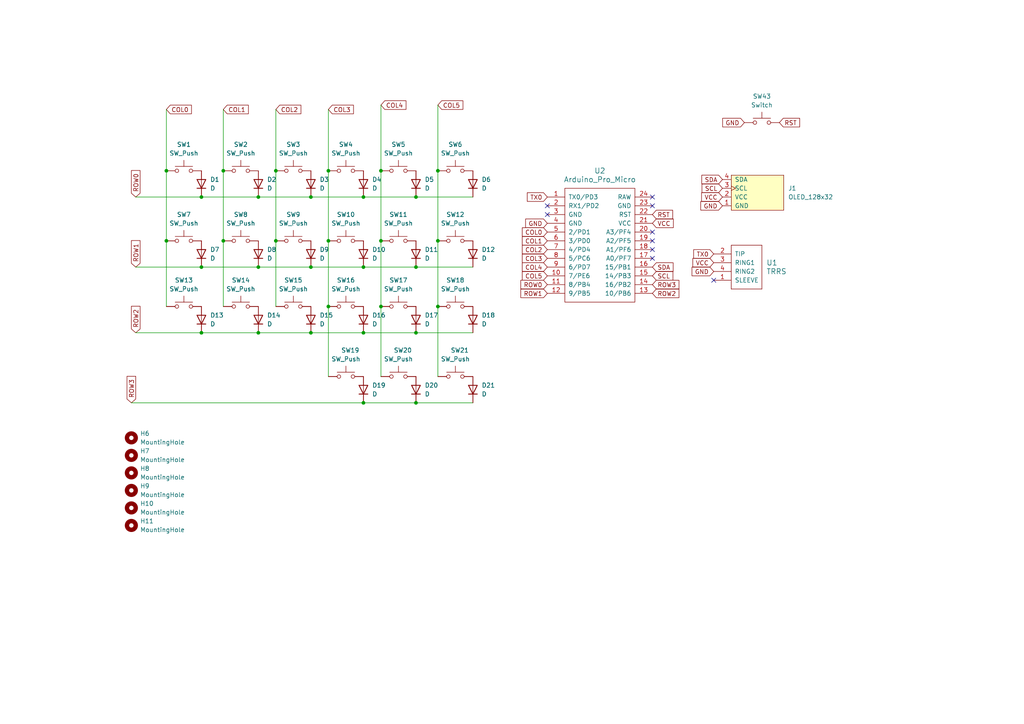
<source format=kicad_sch>
(kicad_sch (version 20250114) (generator "eeschema") (generator_version "9.0")
  (paper "A4")
  (lib_symbols
    (symbol "Device:D" (pin_numbers (hide yes)) (pin_names (offset 1.016) (hide yes))
      (property "Reference" "D" (at 0 2.54 0))
      (property "Value" "D" (at 0 -2.54 0))
      (symbol "D_0_1"
        (polyline (pts (xy -1.27 1.27) (xy -1.27 -1.27)) (stroke (width 0.254)))
        (polyline (pts (xy 1.27 1.27) (xy 1.27 -1.27) (xy -1.27 0) (xy 1.27 1.27)) (stroke (width 0.254)))
        (polyline (pts (xy 1.27 0) (xy -1.27 0)))
      )
      (symbol "D_1_1"
        (pin passive line (at -3.81 0 0) (length 2.54) (name "K") (number "1"))
        (pin passive line (at 3.81 0 180) (length 2.54) (name "A") (number "2"))
      )
    )
    (symbol "Mechanical:MountingHole" (pin_names (offset 1.016)) (in_bom no)
      (property "Reference" "H" (at 0 5.08 0))
      (property "Value" "MountingHole" (at 0 3.175 0))
      (symbol "MountingHole_0_1"
        (circle (center 0 0) (radius 1.27) (stroke (width 1.27)))
      )
    )
    (symbol "ScottoKeebs:MCU_Arduino_Pro_Micro" (pin_names (offset 1.016))
      (property "Reference" "U" (at 0 0 0))
      (property "Value" "Arduino_Pro_Micro" (at 0 -19.05 0))
      (symbol "MCU_Arduino_Pro_Micro_0_1"
        (rectangle (start -10.16 16.51) (end 10.16 -16.51))
      )
      (symbol "MCU_Arduino_Pro_Micro_1_1"
        (pin input line (at -15.24 13.97 0) (length 5.08) (name "TX0/PD3") (number "1"))
        (pin input line (at -15.24 11.43 0) (length 5.08) (name "RX1/PD2") (number "2"))
        (pin input line (at -15.24 8.89 0) (length 5.08) (name "GND") (number "3"))
        (pin input line (at -15.24 6.35 0) (length 5.08) (name "GND") (number "4"))
        (pin input line (at -15.24 3.81 0) (length 5.08) (name "2/PD1") (number "5"))
        (pin input line (at -15.24 1.27 0) (length 5.08) (name "3/PD0") (number "6"))
        (pin input line (at -15.24 -1.27 0) (length 5.08) (name "4/PD4") (number "7"))
        (pin input line (at -15.24 -3.81 0) (length 5.08) (name "5/PC6") (number "8"))
        (pin input line (at -15.24 -6.35 0) (length 5.08) (name "6/PD7") (number "9"))
        (pin input line (at -15.24 -8.89 0) (length 5.08) (name "7/PE6") (number "10"))
        (pin input line (at -15.24 -11.43 0) (length 5.08) (name "8/PB4") (number "11"))
        (pin input line (at -15.24 -13.97 0) (length 5.08) (name "9/PB5") (number "12"))
        (pin input line (at 15.24 13.97 180) (length 5.08) (name "RAW") (number "24"))
        (pin input line (at 15.24 11.43 180) (length 5.08) (name "GND") (number "23"))
        (pin input line (at 15.24 8.89 180) (length 5.08) (name "RST") (number "22"))
        (pin input line (at 15.24 6.35 180) (length 5.08) (name "VCC") (number "21"))
        (pin input line (at 15.24 3.81 180) (length 5.08) (name "A3/PF4") (number "20"))
        (pin input line (at 15.24 1.27 180) (length 5.08) (name "A2/PF5") (number "19"))
        (pin input line (at 15.24 -1.27 180) (length 5.08) (name "A1/PF6") (number "18"))
        (pin input line (at 15.24 -3.81 180) (length 5.08) (name "A0/PF7") (number "17"))
        (pin input line (at 15.24 -6.35 180) (length 5.08) (name "15/PB1") (number "16"))
        (pin input line (at 15.24 -8.89 180) (length 5.08) (name "14/PB3") (number "15"))
        (pin input line (at 15.24 -11.43 180) (length 5.08) (name "16/PB2") (number "14"))
        (pin input line (at 15.24 -13.97 180) (length 5.08) (name "10/PB6") (number "13"))
      )
    )
    (symbol "ScottoKeebs:OLED_128x32" (pin_names (offset 1.016))
      (property "Reference" "J" (at 0 -6.35 0))
      (property "Value" "OLED_128x32" (at 0 6.35 0))
      (symbol "OLED_128x32_0_1"
        (rectangle (start 0 5.08) (end 15.24 -5.08) (fill (type background)))
      )
      (symbol "OLED_128x32_1_1"
        (pin bidirectional line (at -2.54 3.81 0) (length 2.54) (name "SDA") (number "4"))
        (pin input clock (at -2.54 1.27 0) (length 2.54) (name "SCL") (number "3"))
        (pin power_in line (at -2.54 -1.27 0) (length 2.54) (name "VCC") (number "2"))
        (pin power_in line (at -2.54 -3.81 0) (length 2.54) (name "GND") (number "1"))
      )
    )
    (symbol "ScottoKeebs:Placeholder_Switch" (pin_numbers (hide yes)) (pin_names (offset 1.016) (hide yes))
      (property "Reference" "SW" (at 1.27 2.54 0))
      (property "Value" "Switch" (at 0 -1.524 0))
      (symbol "Placeholder_Switch_0_1"
        (circle (center -2.032 0) (radius 0.508))
        (polyline (pts (xy 0 1.27) (xy 0 3.048)))
        (circle (center 2.032 0) (radius 0.508))
        (polyline (pts (xy 2.54 1.27) (xy -2.54 1.27)))
        (pin passive line (at -5.08 0 0) (length 2.54) (name "1") (number "1"))
        (pin passive line (at 5.08 0 180) (length 2.54) (name "2") (number "2"))
      )
    )
    (symbol "ScottoKeebs:Placeholder_TRRS" (pin_names (offset 1.016))
      (property "Reference" "U" (at 0 15.24 0))
      (property "Value" "TRRS" (at 0 -2.54 0))
      (symbol "Placeholder_TRRS_0_1"
        (rectangle (start -3.81 12.7) (end 5.08 12.7))
        (rectangle (start -3.81 0) (end -3.81 12.7))
        (rectangle (start -3.81 0) (end 5.08 0))
        (rectangle (start 5.08 12.7) (end 5.08 0))
      )
      (symbol "Placeholder_TRRS_1_1"
        (pin input line (at -8.89 10.16 0) (length 5.08) (name "TIP") (number "2"))
        (pin input line (at -8.89 7.62 0) (length 5.08) (name "RING1") (number "3"))
        (pin input line (at -8.89 5.08 0) (length 5.08) (name "RING2") (number "4"))
        (pin input line (at -8.89 2.54 0) (length 5.08) (name "SLEEVE") (number "1"))
      )
    )
    (symbol "Switch:SW_Push" (pin_numbers (hide yes)) (pin_names (offset 1.016) (hide yes))
      (property "Reference" "SW" (at 1.27 2.54 0))
      (property "Value" "SW_Push" (at 0 -1.524 0))
      (symbol "SW_Push_0_1"
        (circle (center -2.032 0) (radius 0.508))
        (polyline (pts (xy 0 1.27) (xy 0 3.048)))
        (circle (center 2.032 0) (radius 0.508))
        (polyline (pts (xy 2.54 1.27) (xy -2.54 1.27)))
        (pin passive line (at -5.08 0 0) (length 2.54) (name "1") (number "1"))
        (pin passive line (at 5.08 0 180) (length 2.54) (name "2") (number "2"))
      )
    )
  )
  (junction (at 110.49 49.53))
  (junction (at 48.26 69.85))
  (junction (at 95.25 88.9))
  (junction (at 58.42 57.15))
  (junction (at 48.26 49.53))
  (junction (at 120.65 57.15))
  (junction (at 74.93 96.52))
  (junction (at 90.17 77.47))
  (junction (at 90.17 96.52))
  (junction (at 58.42 77.47))
  (junction (at 58.42 96.52))
  (junction (at 120.65 116.84))
  (junction (at 105.41 96.52))
  (junction (at 64.77 49.53))
  (junction (at 127 69.85))
  (junction (at 64.77 69.85))
  (junction (at 105.41 116.84))
  (junction (at 74.93 57.15))
  (junction (at 110.49 88.9))
  (junction (at 95.25 69.85))
  (junction (at 105.41 57.15))
  (junction (at 80.01 69.85))
  (junction (at 120.65 96.52))
  (junction (at 95.25 49.53))
  (junction (at 105.41 77.47))
  (junction (at 80.01 49.53))
  (junction (at 120.65 77.47))
  (junction (at 74.93 77.47))
  (junction (at 127 49.53))
  (junction (at 127 88.9))
  (junction (at 90.17 57.15))
  (junction (at 110.49 69.85))
  (no_connect (at 189.23 59.69))
  (no_connect (at 158.75 59.69))
  (no_connect (at 189.23 74.93))
  (no_connect (at 158.75 62.23))
  (no_connect (at 189.23 57.15))
  (no_connect (at 189.23 67.31))
  (no_connect (at 189.23 69.85))
  (no_connect (at 207.01 81.28))
  (no_connect (at 189.23 72.39))
  (wire (pts (xy 105.41 116.84) (xy 120.65 116.84)))
  (wire (pts (xy 110.49 88.9) (xy 110.49 109.22)))
  (wire (pts (xy 95.25 31.75) (xy 95.25 49.53)))
  (wire (pts (xy 120.65 116.84) (xy 137.16 116.84)))
  (wire (pts (xy 80.01 49.53) (xy 80.01 69.85)))
  (wire (pts (xy 127 88.9) (xy 127 109.22)))
  (wire (pts (xy 120.65 77.47) (xy 137.16 77.47)))
  (wire (pts (xy 95.25 49.53) (xy 95.25 69.85)))
  (wire (pts (xy 127 69.85) (xy 127 88.9)))
  (wire (pts (xy 48.26 31.75) (xy 48.26 49.53)))
  (wire (pts (xy 105.41 77.47) (xy 120.65 77.47)))
  (wire (pts (xy 105.41 96.52) (xy 120.65 96.52)))
  (wire (pts (xy 110.49 49.53) (xy 110.49 69.85)))
  (wire (pts (xy 90.17 77.47) (xy 105.41 77.47)))
  (wire (pts (xy 39.37 96.52) (xy 58.42 96.52)))
  (wire (pts (xy 80.01 31.75) (xy 80.01 49.53)))
  (wire (pts (xy 80.01 69.85) (xy 80.01 88.9)))
  (wire (pts (xy 120.65 57.15) (xy 137.16 57.15)))
  (wire (pts (xy 48.26 69.85) (xy 48.26 88.9)))
  (wire (pts (xy 58.42 57.15) (xy 74.93 57.15)))
  (wire (pts (xy 58.42 77.47) (xy 74.93 77.47)))
  (wire (pts (xy 90.17 96.52) (xy 105.41 96.52)))
  (wire (pts (xy 95.25 69.85) (xy 95.25 88.9)))
  (wire (pts (xy 48.26 49.53) (xy 48.26 69.85)))
  (wire (pts (xy 64.77 31.75) (xy 64.77 49.53)))
  (wire (pts (xy 127 30.48) (xy 127 49.53)))
  (wire (pts (xy 74.93 57.15) (xy 90.17 57.15)))
  (wire (pts (xy 105.41 57.15) (xy 120.65 57.15)))
  (wire (pts (xy 90.17 57.15) (xy 105.41 57.15)))
  (wire (pts (xy 95.25 88.9) (xy 95.25 109.22)))
  (wire (pts (xy 110.49 69.85) (xy 110.49 88.9)))
  (wire (pts (xy 127 49.53) (xy 127 69.85)))
  (wire (pts (xy 64.77 69.85) (xy 64.77 88.9)))
  (wire (pts (xy 39.37 77.47) (xy 58.42 77.47)))
  (wire (pts (xy 110.49 30.48) (xy 110.49 49.53)))
  (wire (pts (xy 39.37 57.15) (xy 58.42 57.15)))
  (wire (pts (xy 58.42 96.52) (xy 74.93 96.52)))
  (wire (pts (xy 74.93 77.47) (xy 90.17 77.47)))
  (wire (pts (xy 64.77 49.53) (xy 64.77 69.85)))
  (wire (pts (xy 38.1 116.84) (xy 105.41 116.84)))
  (wire (pts (xy 74.93 96.52) (xy 90.17 96.52)))
  (wire (pts (xy 120.65 96.52) (xy 137.16 96.52)))
  (global_label "COL3" (shape input) (at 95.25 31.75 0) (property "Intersheetrefs" "${INTERSHEET_REFS}" (effects (hide yes))))
  (global_label "GND" (shape input) (at 209.55 59.69 180) (property "Intersheetrefs" "${INTERSHEET_REFS}" (effects (hide yes))))
  (global_label "ROW3" (shape input) (at 38.1 116.84 90) (property "Intersheetrefs" "${INTERSHEET_REFS}" (effects (hide yes))))
  (global_label "RST" (shape input) (at 189.23 62.23 0) (property "Intersheetrefs" "${INTERSHEET_REFS}" (effects (hide yes))))
  (global_label "COL5" (shape input) (at 127 30.48 0) (property "Intersheetrefs" "${INTERSHEET_REFS}" (effects (hide yes))))
  (global_label "ROW2" (shape input) (at 189.23 85.09 0) (property "Intersheetrefs" "${INTERSHEET_REFS}" (effects (hide yes))))
  (global_label "VCC" (shape input) (at 189.23 64.77 0) (property "Intersheetrefs" "${INTERSHEET_REFS}" (effects (hide yes))))
  (global_label "COL2" (shape input) (at 80.01 31.75 0) (property "Intersheetrefs" "${INTERSHEET_REFS}" (effects (hide yes))))
  (global_label "GND" (shape input) (at 158.75 64.77 180) (property "Intersheetrefs" "${INTERSHEET_REFS}" (effects (hide yes))))
  (global_label "COL0" (shape input) (at 158.75 67.31 180) (property "Intersheetrefs" "${INTERSHEET_REFS}" (effects (hide yes))))
  (global_label "VCC" (shape input) (at 209.55 57.15 180) (property "Intersheetrefs" "${INTERSHEET_REFS}" (effects (hide yes))))
  (global_label "COL4" (shape input) (at 158.75 77.47 180) (property "Intersheetrefs" "${INTERSHEET_REFS}" (effects (hide yes))))
  (global_label "ROW1" (shape input) (at 158.75 85.09 180) (property "Intersheetrefs" "${INTERSHEET_REFS}" (effects (hide yes))))
  (global_label "TX0" (shape input) (at 207.01 73.66 180) (property "Intersheetrefs" "${INTERSHEET_REFS}" (effects (hide yes))))
  (global_label "TX0" (shape input) (at 158.75 57.15 180) (property "Intersheetrefs" "${INTERSHEET_REFS}" (effects (hide yes))))
  (global_label "VCC" (shape input) (at 207.01 76.2 180) (property "Intersheetrefs" "${INTERSHEET_REFS}" (effects (hide yes))))
  (global_label "GND" (shape input) (at 207.01 78.74 180) (property "Intersheetrefs" "${INTERSHEET_REFS}" (effects (hide yes))))
  (global_label "COL4" (shape input) (at 110.49 30.48 0) (property "Intersheetrefs" "${INTERSHEET_REFS}" (effects (hide yes))))
  (global_label "SDA" (shape input) (at 209.55 52.07 180) (property "Intersheetrefs" "${INTERSHEET_REFS}" (effects (hide yes))))
  (global_label "COL0" (shape input) (at 48.26 31.75 0) (property "Intersheetrefs" "${INTERSHEET_REFS}" (effects (hide yes))))
  (global_label "ROW1" (shape input) (at 39.37 77.47 90) (property "Intersheetrefs" "${INTERSHEET_REFS}" (effects (hide yes))))
  (global_label "ROW3" (shape input) (at 189.23 82.55 0) (property "Intersheetrefs" "${INTERSHEET_REFS}" (effects (hide yes))))
  (global_label "SCL" (shape input) (at 209.55 54.61 180) (property "Intersheetrefs" "${INTERSHEET_REFS}" (effects (hide yes))))
  (global_label "SDA" (shape input) (at 189.23 77.47 0) (property "Intersheetrefs" "${INTERSHEET_REFS}" (effects (hide yes))))
  (global_label "ROW0" (shape input) (at 39.37 57.15 90) (property "Intersheetrefs" "${INTERSHEET_REFS}" (effects (hide yes))))
  (global_label "COL1" (shape input) (at 158.75 69.85 180) (property "Intersheetrefs" "${INTERSHEET_REFS}" (effects (hide yes))))
  (global_label "COL1" (shape input) (at 64.77 31.75 0) (property "Intersheetrefs" "${INTERSHEET_REFS}" (effects (hide yes))))
  (global_label "RST" (shape input) (at 226.06 35.56 0) (property "Intersheetrefs" "${INTERSHEET_REFS}" (effects (hide yes))))
  (global_label "GND" (shape input) (at 215.9 35.56 180) (property "Intersheetrefs" "${INTERSHEET_REFS}" (effects (hide yes))))
  (global_label "COL5" (shape input) (at 158.75 80.01 180) (property "Intersheetrefs" "${INTERSHEET_REFS}" (effects (hide yes))))
  (global_label "SCL" (shape input) (at 189.23 80.01 0) (property "Intersheetrefs" "${INTERSHEET_REFS}" (effects (hide yes))))
  (global_label "COL3" (shape input) (at 158.75 74.93 180) (property "Intersheetrefs" "${INTERSHEET_REFS}" (effects (hide yes))))
  (global_label "ROW0" (shape input) (at 158.75 82.55 180) (property "Intersheetrefs" "${INTERSHEET_REFS}" (effects (hide yes))))
  (global_label "COL2" (shape input) (at 158.75 72.39 180) (property "Intersheetrefs" "${INTERSHEET_REFS}" (effects (hide yes))))
  (global_label "ROW2" (shape input) (at 39.37 96.52 90) (property "Intersheetrefs" "${INTERSHEET_REFS}" (effects (hide yes))))
  (symbol (lib_id "Switch:SW_Push") (at 69.85 88.9 0) (unit 1)
    (property "Reference" "SW14" (at 69.85 81.28 0))
    (property "Value" "SW_Push" (at 69.85 83.82 0))
    (property "Footprint" "ScottoKeebs_Hotswap:Hotswap_MX_1.00u" (effects (hide yes)))
    (property "Description" "Push button switch, generic, two pins" (effects (hide yes)))
  )
  (symbol (lib_id "Switch:SW_Push") (at 100.33 109.22 0) (unit 1)
    (property "Reference" "SW19" (at 101.6 101.6 0))
    (property "Value" "SW_Push" (at 100.33 104.14 0))
    (property "Footprint" "ScottoKeebs_Hotswap:Hotswap_MX_1.00u" (effects (hide yes)))
    (property "Description" "Push button switch, generic, two pins" (effects (hide yes)))
  )
  (symbol (lib_id "Device:D") (at 74.93 53.34 90) (unit 1)
    (property "Reference" "D2" (at 77.47 52.0699 90) (effects (justify right)))
    (property "Value" "D" (at 77.47 54.6099 90) (effects (justify right)))
    (property "Footprint" "ScottoKeebs_Components:Diode_SOD-123" (effects (hide yes)))
    (property "Description" "Diode" (effects (hide yes)))
    (property "Sim.Device" "D" (effects (hide yes)))
    (property "Sim.Pins" "1=K 2=A" (effects (hide yes)))
  )
  (symbol (lib_id "Device:D") (at 58.42 53.34 90) (unit 1)
    (property "Reference" "D1" (at 60.96 52.0699 90) (effects (justify right)))
    (property "Value" "D" (at 60.96 54.6099 90) (effects (justify right)))
    (property "Footprint" "ScottoKeebs_Components:Diode_SOD-123" (effects (hide yes)))
    (property "Description" "Diode" (effects (hide yes)))
    (property "Sim.Device" "D" (effects (hide yes)))
    (property "Sim.Pins" "1=K 2=A" (effects (hide yes)))
  )
  (symbol (lib_id "Switch:SW_Push") (at 53.34 88.9 0) (unit 1)
    (property "Reference" "SW13" (at 53.34 81.28 0))
    (property "Value" "SW_Push" (at 53.34 83.82 0))
    (property "Footprint" "ScottoKeebs_Hotswap:Hotswap_MX_1.00u" (effects (hide yes)))
    (property "Description" "Push button switch, generic, two pins" (effects (hide yes)))
  )
  (symbol (lib_id "Switch:SW_Push") (at 100.33 49.53 0) (unit 1)
    (property "Reference" "SW4" (at 100.33 41.91 0))
    (property "Value" "SW_Push" (at 100.33 44.45 0))
    (property "Footprint" "ScottoKeebs_Hotswap:Hotswap_MX_1.00u" (effects (hide yes)))
    (property "Description" "Push button switch, generic, two pins" (effects (hide yes)))
  )
  (symbol (lib_id "Device:D") (at 74.93 92.71 90) (unit 1)
    (property "Reference" "D14" (at 77.47 91.4399 90) (effects (justify right)))
    (property "Value" "D" (at 77.47 93.9799 90) (effects (justify right)))
    (property "Footprint" "ScottoKeebs_Components:Diode_SOD-123" (effects (hide yes)))
    (property "Description" "Diode" (effects (hide yes)))
    (property "Sim.Device" "D" (effects (hide yes)))
    (property "Sim.Pins" "1=K 2=A" (effects (hide yes)))
  )
  (symbol (lib_id "Switch:SW_Push") (at 85.09 69.85 0) (unit 1)
    (property "Reference" "SW9" (at 85.09 62.23 0))
    (property "Value" "SW_Push" (at 85.09 64.77 0))
    (property "Footprint" "ScottoKeebs_Hotswap:Hotswap_MX_1.00u" (effects (hide yes)))
    (property "Description" "Push button switch, generic, two pins" (effects (hide yes)))
  )
  (symbol (lib_id "Device:D") (at 120.65 73.66 90) (unit 1)
    (property "Reference" "D11" (at 123.19 72.3899 90) (effects (justify right)))
    (property "Value" "D" (at 123.19 74.9299 90) (effects (justify right)))
    (property "Footprint" "ScottoKeebs_Components:Diode_SOD-123" (effects (hide yes)))
    (property "Description" "Diode" (effects (hide yes)))
    (property "Sim.Device" "D" (effects (hide yes)))
    (property "Sim.Pins" "1=K 2=A" (effects (hide yes)))
  )
  (symbol (lib_id "Switch:SW_Push") (at 69.85 49.53 0) (unit 1)
    (property "Reference" "SW2" (at 69.85 41.91 0))
    (property "Value" "SW_Push" (at 69.85 44.45 0))
    (property "Footprint" "ScottoKeebs_Hotswap:Hotswap_MX_1.00u" (effects (hide yes)))
    (property "Description" "Push button switch, generic, two pins" (effects (hide yes)))
  )
  (symbol (lib_id "Switch:SW_Push") (at 132.08 69.85 0) (unit 1)
    (property "Reference" "SW12" (at 132.08 62.23 0))
    (property "Value" "SW_Push" (at 132.08 64.77 0))
    (property "Footprint" "ScottoKeebs_Hotswap:Hotswap_MX_1.00u" (effects (hide yes)))
    (property "Description" "Push button switch, generic, two pins" (effects (hide yes)))
  )
  (symbol (lib_id "Device:D") (at 137.16 92.71 90) (unit 1)
    (property "Reference" "D18" (at 139.7 91.4399 90) (effects (justify right)))
    (property "Value" "D" (at 139.7 93.9799 90) (effects (justify right)))
    (property "Footprint" "ScottoKeebs_Components:Diode_SOD-123" (effects (hide yes)))
    (property "Description" "Diode" (effects (hide yes)))
    (property "Sim.Device" "D" (effects (hide yes)))
    (property "Sim.Pins" "1=K 2=A" (effects (hide yes)))
  )
  (symbol (lib_id "Device:D") (at 90.17 53.34 90) (unit 1)
    (property "Reference" "D3" (at 92.71 52.0699 90) (effects (justify right)))
    (property "Value" "D" (at 92.71 54.6099 90) (effects (justify right)))
    (property "Footprint" "ScottoKeebs_Components:Diode_SOD-123" (effects (hide yes)))
    (property "Description" "Diode" (effects (hide yes)))
    (property "Sim.Device" "D" (effects (hide yes)))
    (property "Sim.Pins" "1=K 2=A" (effects (hide yes)))
  )
  (symbol (lib_id "Device:D") (at 105.41 113.03 90) (unit 1)
    (property "Reference" "D19" (at 107.95 111.7599 90) (effects (justify right)))
    (property "Value" "D" (at 107.95 114.2999 90) (effects (justify right)))
    (property "Footprint" "ScottoKeebs_Components:Diode_SOD-123" (effects (hide yes)))
    (property "Description" "Diode" (effects (hide yes)))
    (property "Sim.Device" "D" (effects (hide yes)))
    (property "Sim.Pins" "1=K 2=A" (effects (hide yes)))
  )
  (symbol (lib_id "Device:D") (at 137.16 113.03 90) (unit 1)
    (property "Reference" "D21" (at 139.7 111.7599 90) (effects (justify right)))
    (property "Value" "D" (at 139.7 114.2999 90) (effects (justify right)))
    (property "Footprint" "ScottoKeebs_Components:Diode_SOD-123" (effects (hide yes)))
    (property "Description" "Diode" (effects (hide yes)))
    (property "Sim.Device" "D" (effects (hide yes)))
    (property "Sim.Pins" "1=K 2=A" (effects (hide yes)))
  )
  (symbol (lib_id "ScottoKeebs:Placeholder_TRRS") (at 215.9 83.82 0) (unit 1)
    (property "Reference" "U1" (at 222.25 76.1999 0) (effects (font (size 1.524 1.524)) (justify left)))
    (property "Value" "TRRS" (at 222.25 78.7399 0) (effects (font (size 1.524 1.524)) (justify left)))
    (property "Footprint" "ScottoKeebs_Components:TRRS_PJ-320A" (effects (hide yes)))
  )
  (symbol (lib_id "Device:D") (at 137.16 53.34 90) (unit 1)
    (property "Reference" "D6" (at 139.7 52.0699 90) (effects (justify right)))
    (property "Value" "D" (at 139.7 54.6099 90) (effects (justify right)))
    (property "Footprint" "ScottoKeebs_Components:Diode_SOD-123" (effects (hide yes)))
    (property "Description" "Diode" (effects (hide yes)))
    (property "Sim.Device" "D" (effects (hide yes)))
    (property "Sim.Pins" "1=K 2=A" (effects (hide yes)))
  )
  (symbol (lib_id "Mechanical:MountingHole") (at 38.1 137.16 0) (unit 1) (in_bom no)
    (property "Reference" "H8" (at 40.64 135.8899 0) (effects (justify left)))
    (property "Value" "MountingHole" (at 40.64 138.4299 0) (effects (justify left)))
    (property "Footprint" "MountingHole:MountingHole_2.2mm_M2" (effects (hide yes)))
    (property "Description" "Mounting Hole without connection" (effects (hide yes)))
  )
  (symbol (lib_id "Device:D") (at 105.41 92.71 90) (unit 1)
    (property "Reference" "D16" (at 107.95 91.4399 90) (effects (justify right)))
    (property "Value" "D" (at 107.95 93.9799 90) (effects (justify right)))
    (property "Footprint" "ScottoKeebs_Components:Diode_SOD-123" (effects (hide yes)))
    (property "Description" "Diode" (effects (hide yes)))
    (property "Sim.Device" "D" (effects (hide yes)))
    (property "Sim.Pins" "1=K 2=A" (effects (hide yes)))
  )
  (symbol (lib_id "Switch:SW_Push") (at 85.09 88.9 0) (unit 1)
    (property "Reference" "SW15" (at 85.09 81.28 0))
    (property "Value" "SW_Push" (at 85.09 83.82 0))
    (property "Footprint" "ScottoKeebs_Hotswap:Hotswap_MX_1.00u" (effects (hide yes)))
    (property "Description" "Push button switch, generic, two pins" (effects (hide yes)))
  )
  (symbol (lib_id "Switch:SW_Push") (at 115.57 88.9 0) (unit 1)
    (property "Reference" "SW17" (at 115.57 81.28 0))
    (property "Value" "SW_Push" (at 115.57 83.82 0))
    (property "Footprint" "ScottoKeebs_Hotswap:Hotswap_MX_1.00u" (effects (hide yes)))
    (property "Description" "Push button switch, generic, two pins" (effects (hide yes)))
  )
  (symbol (lib_id "ScottoKeebs:MCU_Arduino_Pro_Micro") (at 173.99 71.12 0) (unit 1)
    (property "Reference" "U2" (at 173.99 49.53 0) (effects (font (size 1.524 1.524))))
    (property "Value" "Arduino_Pro_Micro" (at 173.99 52.07 0) (effects (font (size 1.524 1.524))))
    (property "Footprint" "ScottoKeebs_MCU:Arduino_Pro_Micro" (effects (hide yes)))
  )
  (symbol (lib_id "Switch:SW_Push") (at 69.85 69.85 0) (unit 1)
    (property "Reference" "SW8" (at 69.85 62.23 0))
    (property "Value" "SW_Push" (at 69.85 64.77 0))
    (property "Footprint" "ScottoKeebs_Hotswap:Hotswap_MX_1.00u" (effects (hide yes)))
    (property "Description" "Push button switch, generic, two pins" (effects (hide yes)))
  )
  (symbol (lib_id "Switch:SW_Push") (at 100.33 69.85 0) (unit 1)
    (property "Reference" "SW10" (at 100.33 62.23 0))
    (property "Value" "SW_Push" (at 100.33 64.77 0))
    (property "Footprint" "ScottoKeebs_Hotswap:Hotswap_MX_1.00u" (effects (hide yes)))
    (property "Description" "Push button switch, generic, two pins" (effects (hide yes)))
  )
  (symbol (lib_id "Mechanical:MountingHole") (at 38.1 127 0) (unit 1) (in_bom no)
    (property "Reference" "H6" (at 40.64 125.7299 0) (effects (justify left)))
    (property "Value" "MountingHole" (at 40.64 128.2699 0) (effects (justify left)))
    (property "Footprint" "MountingHole:MountingHole_2.2mm_M2" (effects (hide yes)))
    (property "Description" "Mounting Hole without connection" (effects (hide yes)))
  )
  (symbol (lib_id "Device:D") (at 58.42 92.71 90) (unit 1)
    (property "Reference" "D13" (at 60.96 91.4399 90) (effects (justify right)))
    (property "Value" "D" (at 60.96 93.9799 90) (effects (justify right)))
    (property "Footprint" "ScottoKeebs_Components:Diode_SOD-123" (effects (hide yes)))
    (property "Description" "Diode" (effects (hide yes)))
    (property "Sim.Device" "D" (effects (hide yes)))
    (property "Sim.Pins" "1=K 2=A" (effects (hide yes)))
  )
  (symbol (lib_id "Switch:SW_Push") (at 132.08 109.22 0) (unit 1)
    (property "Reference" "SW21" (at 133.35 101.6 0))
    (property "Value" "SW_Push" (at 132.08 104.14 0))
    (property "Footprint" "ScottoKeebs_Hotswap:Hotswap_MX_1.00u" (effects (hide yes)))
    (property "Description" "Push button switch, generic, two pins" (effects (hide yes)))
  )
  (symbol (lib_id "Device:D") (at 90.17 92.71 90) (unit 1)
    (property "Reference" "D15" (at 92.71 91.4399 90) (effects (justify right)))
    (property "Value" "D" (at 92.71 93.9799 90) (effects (justify right)))
    (property "Footprint" "ScottoKeebs_Components:Diode_SOD-123" (effects (hide yes)))
    (property "Description" "Diode" (effects (hide yes)))
    (property "Sim.Device" "D" (effects (hide yes)))
    (property "Sim.Pins" "1=K 2=A" (effects (hide yes)))
  )
  (symbol (lib_id "Switch:SW_Push") (at 100.33 88.9 0) (unit 1)
    (property "Reference" "SW16" (at 100.33 81.28 0))
    (property "Value" "SW_Push" (at 100.33 83.82 0))
    (property "Footprint" "ScottoKeebs_Hotswap:Hotswap_MX_1.00u" (effects (hide yes)))
    (property "Description" "Push button switch, generic, two pins" (effects (hide yes)))
  )
  (symbol (lib_id "Switch:SW_Push") (at 53.34 69.85 0) (unit 1)
    (property "Reference" "SW7" (at 53.34 62.23 0))
    (property "Value" "SW_Push" (at 53.34 64.77 0))
    (property "Footprint" "ScottoKeebs_Hotswap:Hotswap_MX_1.00u" (effects (hide yes)))
    (property "Description" "Push button switch, generic, two pins" (effects (hide yes)))
  )
  (symbol (lib_id "Device:D") (at 90.17 73.66 90) (unit 1)
    (property "Reference" "D9" (at 92.71 72.3899 90) (effects (justify right)))
    (property "Value" "D" (at 92.71 74.9299 90) (effects (justify right)))
    (property "Footprint" "ScottoKeebs_Components:Diode_SOD-123" (effects (hide yes)))
    (property "Description" "Diode" (effects (hide yes)))
    (property "Sim.Device" "D" (effects (hide yes)))
    (property "Sim.Pins" "1=K 2=A" (effects (hide yes)))
  )
  (symbol (lib_id "Device:D") (at 105.41 53.34 90) (unit 1)
    (property "Reference" "D4" (at 107.95 52.0699 90) (effects (justify right)))
    (property "Value" "D" (at 107.95 54.6099 90) (effects (justify right)))
    (property "Footprint" "ScottoKeebs_Components:Diode_SOD-123" (effects (hide yes)))
    (property "Description" "Diode" (effects (hide yes)))
    (property "Sim.Device" "D" (effects (hide yes)))
    (property "Sim.Pins" "1=K 2=A" (effects (hide yes)))
  )
  (symbol (lib_id "Switch:SW_Push") (at 115.57 109.22 0) (unit 1)
    (property "Reference" "SW20" (at 116.84 101.6 0))
    (property "Value" "SW_Push" (at 115.57 104.14 0))
    (property "Footprint" "ScottoKeebs_Hotswap:Hotswap_MX_1.00u" (effects (hide yes)))
    (property "Description" "Push button switch, generic, two pins" (effects (hide yes)))
  )
  (symbol (lib_id "Mechanical:MountingHole") (at 38.1 147.32 0) (unit 1) (in_bom no)
    (property "Reference" "H10" (at 40.64 146.0499 0) (effects (justify left)))
    (property "Value" "MountingHole" (at 40.64 148.5899 0) (effects (justify left)))
    (property "Footprint" "MountingHole:MountingHole_2.2mm_M2" (effects (hide yes)))
    (property "Description" "Mounting Hole without connection" (effects (hide yes)))
  )
  (symbol (lib_id "Device:D") (at 58.42 73.66 90) (unit 1)
    (property "Reference" "D7" (at 60.96 72.3899 90) (effects (justify right)))
    (property "Value" "D" (at 60.96 74.9299 90) (effects (justify right)))
    (property "Footprint" "ScottoKeebs_Components:Diode_SOD-123" (effects (hide yes)))
    (property "Description" "Diode" (effects (hide yes)))
    (property "Sim.Device" "D" (effects (hide yes)))
    (property "Sim.Pins" "1=K 2=A" (effects (hide yes)))
  )
  (symbol (lib_id "Device:D") (at 120.65 92.71 90) (unit 1)
    (property "Reference" "D17" (at 123.19 91.4399 90) (effects (justify right)))
    (property "Value" "D" (at 123.19 93.9799 90) (effects (justify right)))
    (property "Footprint" "ScottoKeebs_Components:Diode_SOD-123" (effects (hide yes)))
    (property "Description" "Diode" (effects (hide yes)))
    (property "Sim.Device" "D" (effects (hide yes)))
    (property "Sim.Pins" "1=K 2=A" (effects (hide yes)))
  )
  (symbol (lib_id "Device:D") (at 137.16 73.66 90) (unit 1)
    (property "Reference" "D12" (at 139.7 72.3899 90) (effects (justify right)))
    (property "Value" "D" (at 139.7 74.9299 90) (effects (justify right)))
    (property "Footprint" "ScottoKeebs_Components:Diode_SOD-123" (effects (hide yes)))
    (property "Description" "Diode" (effects (hide yes)))
    (property "Sim.Device" "D" (effects (hide yes)))
    (property "Sim.Pins" "1=K 2=A" (effects (hide yes)))
  )
  (symbol (lib_id "Device:D") (at 74.93 73.66 90) (unit 1)
    (property "Reference" "D8" (at 77.47 72.3899 90) (effects (justify right)))
    (property "Value" "D" (at 77.47 74.9299 90) (effects (justify right)))
    (property "Footprint" "ScottoKeebs_Components:Diode_SOD-123" (effects (hide yes)))
    (property "Description" "Diode" (effects (hide yes)))
    (property "Sim.Device" "D" (effects (hide yes)))
    (property "Sim.Pins" "1=K 2=A" (effects (hide yes)))
  )
  (symbol (lib_id "Switch:SW_Push") (at 53.34 49.53 0) (unit 1)
    (property "Reference" "SW1" (at 53.34 41.91 0))
    (property "Value" "SW_Push" (at 53.34 44.45 0))
    (property "Footprint" "ScottoKeebs_Hotswap:Hotswap_MX_1.00u" (effects (hide yes)))
    (property "Description" "Push button switch, generic, two pins" (effects (hide yes)))
  )
  (symbol (lib_id "Switch:SW_Push") (at 132.08 88.9 0) (unit 1)
    (property "Reference" "SW18" (at 132.08 81.28 0))
    (property "Value" "SW_Push" (at 132.08 83.82 0))
    (property "Footprint" "ScottoKeebs_Hotswap:Hotswap_MX_1.00u" (effects (hide yes)))
    (property "Description" "Push button switch, generic, two pins" (effects (hide yes)))
  )
  (symbol (lib_id "Device:D") (at 120.65 113.03 90) (unit 1)
    (property "Reference" "D20" (at 123.19 111.7599 90) (effects (justify right)))
    (property "Value" "D" (at 123.19 114.2999 90) (effects (justify right)))
    (property "Footprint" "ScottoKeebs_Components:Diode_SOD-123" (effects (hide yes)))
    (property "Description" "Diode" (effects (hide yes)))
    (property "Sim.Device" "D" (effects (hide yes)))
    (property "Sim.Pins" "1=K 2=A" (effects (hide yes)))
  )
  (symbol (lib_id "ScottoKeebs:OLED_128x32") (at 212.09 55.88 0) (unit 1)
    (property "Reference" "J1" (at 228.6 54.6099 0) (effects (justify left)))
    (property "Value" "OLED_128x32" (at 228.6 57.1499 0) (effects (justify left)))
    (property "Footprint" "ScottoKeebs_Components:OLED_128x32" (effects (hide yes)))
  )
  (symbol (lib_id "Switch:SW_Push") (at 115.57 69.85 0) (unit 1)
    (property "Reference" "SW11" (at 115.57 62.23 0))
    (property "Value" "SW_Push" (at 115.57 64.77 0))
    (property "Footprint" "ScottoKeebs_Hotswap:Hotswap_MX_1.00u" (effects (hide yes)))
    (property "Description" "Push button switch, generic, two pins" (effects (hide yes)))
  )
  (symbol (lib_id "Device:D") (at 105.41 73.66 90) (unit 1)
    (property "Reference" "D10" (at 107.95 72.3899 90) (effects (justify right)))
    (property "Value" "D" (at 107.95 74.9299 90) (effects (justify right)))
    (property "Footprint" "ScottoKeebs_Components:Diode_SOD-123" (effects (hide yes)))
    (property "Description" "Diode" (effects (hide yes)))
    (property "Sim.Device" "D" (effects (hide yes)))
    (property "Sim.Pins" "1=K 2=A" (effects (hide yes)))
  )
  (symbol (lib_id "Mechanical:MountingHole") (at 38.1 152.4 0) (unit 1) (in_bom no)
    (property "Reference" "H11" (at 40.64 151.1299 0) (effects (justify left)))
    (property "Value" "MountingHole" (at 40.64 153.6699 0) (effects (justify left)))
    (property "Footprint" "MountingHole:MountingHole_2.2mm_M2" (effects (hide yes)))
    (property "Description" "Mounting Hole without connection" (effects (hide yes)))
  )
  (symbol (lib_id "Switch:SW_Push") (at 132.08 49.53 0) (unit 1)
    (property "Reference" "SW6" (at 132.08 41.91 0))
    (property "Value" "SW_Push" (at 132.08 44.45 0))
    (property "Footprint" "ScottoKeebs_Hotswap:Hotswap_MX_1.00u" (effects (hide yes)))
    (property "Description" "Push button switch, generic, two pins" (effects (hide yes)))
  )
  (symbol (lib_id "Mechanical:MountingHole") (at 38.1 142.24 0) (unit 1) (in_bom no)
    (property "Reference" "H9" (at 40.64 140.9699 0) (effects (justify left)))
    (property "Value" "MountingHole" (at 40.64 143.5099 0) (effects (justify left)))
    (property "Footprint" "MountingHole:MountingHole_2.2mm_M2" (effects (hide yes)))
    (property "Description" "Mounting Hole without connection" (effects (hide yes)))
  )
  (symbol (lib_id "Switch:SW_Push") (at 85.09 49.53 0) (unit 1)
    (property "Reference" "SW3" (at 85.09 41.91 0))
    (property "Value" "SW_Push" (at 85.09 44.45 0))
    (property "Footprint" "ScottoKeebs_Hotswap:Hotswap_MX_1.00u" (effects (hide yes)))
    (property "Description" "Push button switch, generic, two pins" (effects (hide yes)))
  )
  (symbol (lib_id "ScottoKeebs:Placeholder_Switch") (at 220.98 35.56 0) (unit 1)
    (property "Reference" "SW43" (at 220.98 27.94 0))
    (property "Value" "Switch" (at 220.98 30.48 0))
    (property "Footprint" "ScottoKeebs_Components:Button_MJTP1243" (effects (hide yes)))
    (property "Description" "Push button switch, generic, two pins" (effects (hide yes)))
  )
  (symbol (lib_id "Switch:SW_Push") (at 115.57 49.53 0) (unit 1)
    (property "Reference" "SW5" (at 115.57 41.91 0))
    (property "Value" "SW_Push" (at 115.57 44.45 0))
    (property "Footprint" "ScottoKeebs_Hotswap:Hotswap_MX_1.00u" (effects (hide yes)))
    (property "Description" "Push button switch, generic, two pins" (effects (hide yes)))
  )
  (symbol (lib_id "Mechanical:MountingHole") (at 38.1 132.08 0) (unit 1) (in_bom no)
    (property "Reference" "H7" (at 40.64 130.8099 0) (effects (justify left)))
    (property "Value" "MountingHole" (at 40.64 133.3499 0) (effects (justify left)))
    (property "Footprint" "MountingHole:MountingHole_2.2mm_M2" (effects (hide yes)))
    (property "Description" "Mounting Hole without connection" (effects (hide yes)))
  )
  (symbol (lib_id "Device:D") (at 120.65 53.34 90) (unit 1)
    (property "Reference" "D5" (at 123.19 52.0699 90) (effects (justify right)))
    (property "Value" "D" (at 123.19 54.6099 90) (effects (justify right)))
    (property "Footprint" "ScottoKeebs_Components:Diode_SOD-123" (effects (hide yes)))
    (property "Description" "Diode" (effects (hide yes)))
    (property "Sim.Device" "D" (effects (hide yes)))
    (property "Sim.Pins" "1=K 2=A" (effects (hide yes)))
  )
)
</source>
